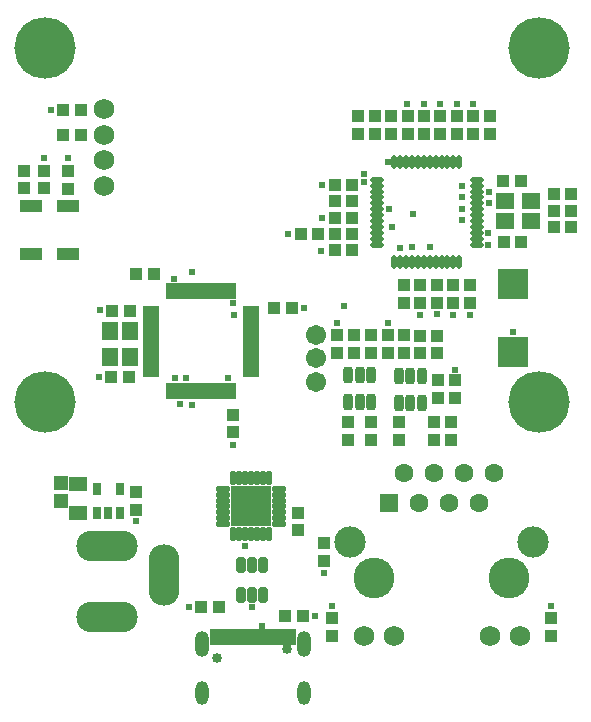
<source format=gbr>
%TF.GenerationSoftware,Altium Limited,Altium Designer,20.0.12 (288)*%
G04 Layer_Color=8388736*
%FSLAX45Y45*%
%MOMM*%
%TF.FileFunction,Soldermask,Top*%
%TF.Part,Single*%
G01*
G75*
%TA.AperFunction,ComponentPad*%
%ADD45O,5.20320X2.60320*%
%ADD46O,2.60320X5.20320*%
%ADD47C,0.85320*%
%ADD48O,1.20320X2.20320*%
%ADD49O,1.10320X2.00320*%
%ADD50C,1.72720*%
%ADD51C,3.45320*%
%ADD52C,2.64820*%
%ADD53C,1.73320*%
%ADD54C,1.60120*%
%ADD55R,1.60120X1.60120*%
%TA.AperFunction,ViaPad*%
%ADD56C,5.20320*%
%ADD57C,0.60320*%
%TA.AperFunction,SMDPad,CuDef*%
G04:AMPARAMS|DCode=64|XSize=0.8032mm|YSize=1.4032mm|CornerRadius=0.2516mm|HoleSize=0mm|Usage=FLASHONLY|Rotation=0.000|XOffset=0mm|YOffset=0mm|HoleType=Round|Shape=RoundedRectangle|*
%AMROUNDEDRECTD64*
21,1,0.80320,0.90000,0,0,0.0*
21,1,0.30000,1.40320,0,0,0.0*
1,1,0.50320,0.15000,-0.45000*
1,1,0.50320,-0.15000,-0.45000*
1,1,0.50320,-0.15000,0.45000*
1,1,0.50320,0.15000,0.45000*
%
%ADD64ROUNDEDRECTD64*%
%ADD65R,1.40320X1.60320*%
%ADD66R,1.00320X1.00320*%
%ADD67R,1.00320X1.00320*%
%ADD68R,1.17320X1.20320*%
%ADD69R,1.90320X1.10320*%
G04:AMPARAMS|DCode=70|XSize=1.4132mm|YSize=0.7932mm|CornerRadius=0.17535mm|HoleSize=0mm|Usage=FLASHONLY|Rotation=90.000|XOffset=0mm|YOffset=0mm|HoleType=Round|Shape=RoundedRectangle|*
%AMROUNDEDRECTD70*
21,1,1.41320,0.44250,0,0,90.0*
21,1,1.06250,0.79320,0,0,90.0*
1,1,0.35070,0.22125,0.53125*
1,1,0.35070,0.22125,-0.53125*
1,1,0.35070,-0.22125,-0.53125*
1,1,0.35070,-0.22125,0.53125*
%
%ADD70ROUNDEDRECTD70*%
%ADD71C,1.70320*%
%TA.AperFunction,ConnectorPad*%
%ADD72R,0.50320X1.34320*%
%TA.AperFunction,SMDPad,CuDef*%
G04:AMPARAMS|DCode=73|XSize=1.1732mm|YSize=0.4632mm|CornerRadius=0.1341mm|HoleSize=0mm|Usage=FLASHONLY|Rotation=180.000|XOffset=0mm|YOffset=0mm|HoleType=Round|Shape=RoundedRectangle|*
%AMROUNDEDRECTD73*
21,1,1.17320,0.19500,0,0,180.0*
21,1,0.90500,0.46320,0,0,180.0*
1,1,0.26820,-0.45250,0.09750*
1,1,0.26820,0.45250,0.09750*
1,1,0.26820,0.45250,-0.09750*
1,1,0.26820,-0.45250,-0.09750*
%
%ADD73ROUNDEDRECTD73*%
G04:AMPARAMS|DCode=74|XSize=1.1732mm|YSize=0.4632mm|CornerRadius=0.1341mm|HoleSize=0mm|Usage=FLASHONLY|Rotation=90.000|XOffset=0mm|YOffset=0mm|HoleType=Round|Shape=RoundedRectangle|*
%AMROUNDEDRECTD74*
21,1,1.17320,0.19500,0,0,90.0*
21,1,0.90500,0.46320,0,0,90.0*
1,1,0.26820,0.09750,0.45250*
1,1,0.26820,0.09750,-0.45250*
1,1,0.26820,-0.09750,-0.45250*
1,1,0.26820,-0.09750,0.45250*
%
%ADD74ROUNDEDRECTD74*%
%ADD75R,3.35320X3.35320*%
%ADD76R,2.60320X2.60320*%
G04:AMPARAMS|DCode=77|XSize=0.4432mm|YSize=1.2032mm|CornerRadius=0.1616mm|HoleSize=0mm|Usage=FLASHONLY|Rotation=0.000|XOffset=0mm|YOffset=0mm|HoleType=Round|Shape=RoundedRectangle|*
%AMROUNDEDRECTD77*
21,1,0.44320,0.88000,0,0,0.0*
21,1,0.12000,1.20320,0,0,0.0*
1,1,0.32320,0.06000,-0.44000*
1,1,0.32320,-0.06000,-0.44000*
1,1,0.32320,-0.06000,0.44000*
1,1,0.32320,0.06000,0.44000*
%
%ADD77ROUNDEDRECTD77*%
G04:AMPARAMS|DCode=78|XSize=0.4432mm|YSize=1.2032mm|CornerRadius=0.1616mm|HoleSize=0mm|Usage=FLASHONLY|Rotation=90.000|XOffset=0mm|YOffset=0mm|HoleType=Round|Shape=RoundedRectangle|*
%AMROUNDEDRECTD78*
21,1,0.44320,0.88000,0,0,90.0*
21,1,0.12000,1.20320,0,0,90.0*
1,1,0.32320,0.44000,0.06000*
1,1,0.32320,0.44000,-0.06000*
1,1,0.32320,-0.44000,-0.06000*
1,1,0.32320,-0.44000,0.06000*
%
%ADD78ROUNDEDRECTD78*%
%ADD79R,1.60320X1.40320*%
%ADD80R,0.80320X1.10320*%
%ADD81R,1.40320X0.50320*%
%ADD82R,0.50320X1.40320*%
%ADD83R,1.50320X1.20320*%
D45*
X13860001Y3325000D02*
D03*
Y3925000D02*
D03*
D46*
X14339999Y3675000D02*
D03*
D47*
X14792400Y2977200D02*
D03*
X15386200Y3048000D02*
D03*
D48*
X14664700Y3096000D02*
D03*
X15529700D02*
D03*
D49*
X14664700Y2678000D02*
D03*
X15529700D02*
D03*
D50*
X13840001Y6972500D02*
D03*
Y7188500D02*
D03*
Y7404500D02*
D03*
Y7620500D02*
D03*
D51*
X16126001Y3652000D02*
D03*
X17269000D02*
D03*
D52*
X17472002Y3957000D02*
D03*
X15923000D02*
D03*
D53*
X17106001Y3162000D02*
D03*
X17360001D02*
D03*
X16289000D02*
D03*
X16035001D02*
D03*
D54*
X17141499Y4541000D02*
D03*
X17014500Y4287000D02*
D03*
X16887500Y4541000D02*
D03*
X16760500Y4287000D02*
D03*
X16633501Y4541000D02*
D03*
X16506500Y4287000D02*
D03*
X16379500Y4541000D02*
D03*
D55*
X16252499Y4287000D02*
D03*
D56*
X17522501Y8140000D02*
D03*
X13335001D02*
D03*
X17522501Y5142500D02*
D03*
X13337500Y5145000D02*
D03*
D57*
X14882500Y5345000D02*
D03*
X14937500Y5880000D02*
D03*
X14057500Y5740000D02*
D03*
X13887500Y5520000D02*
D03*
X13797501Y5350000D02*
D03*
X13800000Y5917500D02*
D03*
X16525000Y5135000D02*
D03*
X16095000Y5372500D02*
D03*
X15172501Y3247500D02*
D03*
X15092500Y3407500D02*
D03*
X16450000Y6730000D02*
D03*
X17300000Y5730000D02*
D03*
X16372501Y5980000D02*
D03*
X16345000Y6447500D02*
D03*
X15864999Y5955000D02*
D03*
X15812500Y5807500D02*
D03*
X16807500Y5415000D02*
D03*
X15677499Y6420000D02*
D03*
X17087500Y6472500D02*
D03*
Y6572500D02*
D03*
X16250000Y6775000D02*
D03*
X16332500Y4822500D02*
D03*
X15530000Y5937500D02*
D03*
X14932500Y5980000D02*
D03*
X15635001Y5512500D02*
D03*
X17095000Y6922500D02*
D03*
X16237500Y7172500D02*
D03*
X16035001Y7002500D02*
D03*
X16037500Y7070000D02*
D03*
X14478180Y5121820D02*
D03*
X14439999Y5345000D02*
D03*
X15397501Y6562500D02*
D03*
X14532500Y5347500D02*
D03*
X15685001Y6702500D02*
D03*
X14582500Y5117500D02*
D03*
X17097501Y6822500D02*
D03*
X16867500Y6875000D02*
D03*
Y6972500D02*
D03*
X14580000Y6242500D02*
D03*
X13534700Y6395000D02*
D03*
X16545000Y7667500D02*
D03*
X16822501D02*
D03*
X16960001D02*
D03*
X14107500Y6227500D02*
D03*
X13532500Y7205000D02*
D03*
X13330000D02*
D03*
X13387500Y7615000D02*
D03*
X14552499Y3402500D02*
D03*
X15625000Y3330000D02*
D03*
X14930000Y4780000D02*
D03*
X15039999Y4147500D02*
D03*
X15122501Y4225000D02*
D03*
X15042500D02*
D03*
X14962500Y4147500D02*
D03*
X15197501D02*
D03*
X15120000D02*
D03*
X14964999Y4225000D02*
D03*
X15200000D02*
D03*
X14964999Y4302500D02*
D03*
X15200000D02*
D03*
X15042500D02*
D03*
X15122501D02*
D03*
Y4377500D02*
D03*
X15042500D02*
D03*
X15200000D02*
D03*
X14964999D02*
D03*
X15030000Y3925000D02*
D03*
X14432500Y6185000D02*
D03*
X15635001Y5310000D02*
D03*
X16655000Y5702500D02*
D03*
X15417200Y3155000D02*
D03*
X14777200D02*
D03*
X16864999Y6772500D02*
D03*
Y6679100D02*
D03*
X16447501Y6450000D02*
D03*
X15089999Y3758500D02*
D03*
X13617500Y4200000D02*
D03*
X14110001Y4130000D02*
D03*
X13872501Y4202500D02*
D03*
X16239999Y5807100D02*
D03*
X17455000Y6852500D02*
D03*
X16595000Y6450000D02*
D03*
X16272501Y6622500D02*
D03*
X15685001Y6980000D02*
D03*
X16682500Y7667500D02*
D03*
X16402499D02*
D03*
X17620000Y3412500D02*
D03*
X15762500Y3417500D02*
D03*
X15697501Y3690000D02*
D03*
X16000000Y5142500D02*
D03*
X16430000Y5135000D02*
D03*
X16632500Y4970000D02*
D03*
X16095000Y5555000D02*
D03*
X16510001Y5877500D02*
D03*
X16652499Y5882500D02*
D03*
X16789999Y5875000D02*
D03*
X16932500Y5877500D02*
D03*
X17370000Y6495000D02*
D03*
X17792500Y6900000D02*
D03*
X17642500Y6622500D02*
D03*
X17455000Y6677500D02*
D03*
X17235001Y6847500D02*
D03*
D64*
X16335001Y5365000D02*
D03*
X16430000D02*
D03*
X16525000D02*
D03*
Y5135000D02*
D03*
X16430000D02*
D03*
X16335001D02*
D03*
X15905000Y5142500D02*
D03*
X16000000D02*
D03*
X16095000D02*
D03*
Y5372500D02*
D03*
X16000000D02*
D03*
X15905000D02*
D03*
D65*
X13887500Y5740000D02*
D03*
Y5520000D02*
D03*
X14057500D02*
D03*
Y5740000D02*
D03*
D66*
X13897501Y5350000D02*
D03*
X14047501D02*
D03*
X13902499Y5912500D02*
D03*
X14052499D02*
D03*
X15522501Y3330000D02*
D03*
X15372501D02*
D03*
X14807500Y3407500D02*
D03*
X14657500D02*
D03*
X13639999Y7400000D02*
D03*
X13489999D02*
D03*
Y7615000D02*
D03*
X13639999D02*
D03*
X15789999Y6702500D02*
D03*
X15939999D02*
D03*
X15789999Y6980000D02*
D03*
X15939999D02*
D03*
X17370000Y6495000D02*
D03*
X17220000D02*
D03*
X15789999Y6565000D02*
D03*
X15939999D02*
D03*
X15500000D02*
D03*
X15650000D02*
D03*
X17212500Y7012500D02*
D03*
X17362500D02*
D03*
X15789999Y6425000D02*
D03*
X15939999D02*
D03*
X17792500Y6760000D02*
D03*
X17642500D02*
D03*
X15789999Y6840000D02*
D03*
X15939999D02*
D03*
X17792500Y6900000D02*
D03*
X17642500D02*
D03*
X17642500Y6622500D02*
D03*
X17792500D02*
D03*
X14107500Y6227500D02*
D03*
X14257500D02*
D03*
X15425301Y5936700D02*
D03*
X15275301D02*
D03*
D67*
X15905000Y4822500D02*
D03*
Y4972500D02*
D03*
X16372501Y5980000D02*
D03*
Y6130000D02*
D03*
X13154700Y6950000D02*
D03*
Y7100000D02*
D03*
X13532201Y7097500D02*
D03*
Y6947500D02*
D03*
X13327200Y7100000D02*
D03*
Y6950000D02*
D03*
X15480000Y4055000D02*
D03*
Y4205000D02*
D03*
X16667500Y5177500D02*
D03*
Y5327500D02*
D03*
X16655000Y5702500D02*
D03*
Y5552500D02*
D03*
X16514999D02*
D03*
Y5702500D02*
D03*
X16237500Y5705000D02*
D03*
Y5555000D02*
D03*
X16632500Y4970000D02*
D03*
Y4820000D02*
D03*
X16772501D02*
D03*
Y4970000D02*
D03*
X15762500Y3312500D02*
D03*
Y3162500D02*
D03*
X15812500Y5555000D02*
D03*
Y5705000D02*
D03*
X16652499Y5980000D02*
D03*
Y6130000D02*
D03*
X15695000Y3795000D02*
D03*
Y3945000D02*
D03*
X16512500Y5980000D02*
D03*
Y6130000D02*
D03*
X16095000Y4822500D02*
D03*
Y4972500D02*
D03*
X16792500Y5980000D02*
D03*
Y6130000D02*
D03*
X16932500Y5980000D02*
D03*
Y6130000D02*
D03*
X17622501Y3310000D02*
D03*
Y3160000D02*
D03*
X17102499Y7412500D02*
D03*
Y7562499D02*
D03*
X16962500Y7412500D02*
D03*
Y7562499D02*
D03*
X16825000Y7412500D02*
D03*
Y7562499D02*
D03*
X16547501Y7412500D02*
D03*
Y7562499D02*
D03*
X16407401Y7411600D02*
D03*
Y7561600D02*
D03*
X16267700Y7411600D02*
D03*
Y7561600D02*
D03*
X16128000Y7411600D02*
D03*
Y7561600D02*
D03*
X15988300Y7411600D02*
D03*
Y7561600D02*
D03*
X16685001Y7412500D02*
D03*
Y7562499D02*
D03*
X16332500Y4972500D02*
D03*
Y4822500D02*
D03*
X16807500Y5177500D02*
D03*
Y5327500D02*
D03*
X15952499Y5705000D02*
D03*
Y5555000D02*
D03*
X16375000Y5705000D02*
D03*
Y5555000D02*
D03*
X16095000Y5555000D02*
D03*
Y5705000D02*
D03*
X14930000Y4885000D02*
D03*
Y5035000D02*
D03*
X14110001Y4227500D02*
D03*
Y4377500D02*
D03*
D68*
X13470000Y4452500D02*
D03*
Y4305500D02*
D03*
D69*
X13214700Y6395000D02*
D03*
Y6805000D02*
D03*
X13534700Y6395000D02*
D03*
Y6805000D02*
D03*
D70*
X14995000Y3507500D02*
D03*
X15089999D02*
D03*
X15185001D02*
D03*
Y3758500D02*
D03*
X15089999D02*
D03*
X14995000D02*
D03*
D71*
X15635001Y5712500D02*
D03*
Y5512500D02*
D03*
Y5310000D02*
D03*
D72*
X15072200Y3155000D02*
D03*
X15022200D02*
D03*
X14972200D02*
D03*
X14922200D02*
D03*
X14872200D02*
D03*
X14842200D02*
D03*
X14792200D02*
D03*
X14762199D02*
D03*
X15122200D02*
D03*
X15172200D02*
D03*
X15222200D02*
D03*
X15272200D02*
D03*
X15322200D02*
D03*
X15352200D02*
D03*
X15402200D02*
D03*
X15432201D02*
D03*
D73*
X15317000Y4107500D02*
D03*
Y4157500D02*
D03*
Y4207500D02*
D03*
Y4257500D02*
D03*
Y4307500D02*
D03*
Y4357500D02*
D03*
Y4407500D02*
D03*
X14842999D02*
D03*
Y4357500D02*
D03*
Y4307500D02*
D03*
Y4257500D02*
D03*
Y4207500D02*
D03*
Y4157500D02*
D03*
Y4107500D02*
D03*
D74*
X14930000Y4020500D02*
D03*
X14980000D02*
D03*
X15030000D02*
D03*
X15080000D02*
D03*
X15130000D02*
D03*
X15180000D02*
D03*
X15230000D02*
D03*
Y4494500D02*
D03*
X15180000D02*
D03*
X15130000D02*
D03*
X15080000D02*
D03*
X15030000D02*
D03*
X14980000D02*
D03*
X14930000D02*
D03*
D75*
X15080000Y4257500D02*
D03*
D76*
X17300000Y5562500D02*
D03*
Y6142500D02*
D03*
D77*
X16293903Y7173699D02*
D03*
X16343903D02*
D03*
X16393901D02*
D03*
X16443901D02*
D03*
X16493901D02*
D03*
X16543901D02*
D03*
X16593901D02*
D03*
X16643901D02*
D03*
X16693901D02*
D03*
X16743901D02*
D03*
X16793901D02*
D03*
X16843901D02*
D03*
Y6323701D02*
D03*
X16793901D02*
D03*
X16743901D02*
D03*
X16693901D02*
D03*
X16643901D02*
D03*
X16593901D02*
D03*
X16543901D02*
D03*
X16493901D02*
D03*
X16443901D02*
D03*
X16393901D02*
D03*
X16343903D02*
D03*
X16293903D02*
D03*
D78*
X16993900Y7023699D02*
D03*
Y6973700D02*
D03*
Y6923700D02*
D03*
Y6873700D02*
D03*
Y6823700D02*
D03*
Y6773700D02*
D03*
Y6723700D02*
D03*
Y6673700D02*
D03*
Y6623700D02*
D03*
Y6573700D02*
D03*
Y6523700D02*
D03*
Y6473701D02*
D03*
X16143903D02*
D03*
Y6523700D02*
D03*
Y6573700D02*
D03*
Y6623700D02*
D03*
Y6673700D02*
D03*
Y6723700D02*
D03*
Y6773700D02*
D03*
Y6823700D02*
D03*
Y6873700D02*
D03*
Y6923700D02*
D03*
Y6973700D02*
D03*
Y7023699D02*
D03*
D79*
X17235001Y6677500D02*
D03*
X17455000D02*
D03*
Y6847500D02*
D03*
X17235001D02*
D03*
D80*
X13967500Y4402500D02*
D03*
X13777499D02*
D03*
Y4202500D02*
D03*
X13967500D02*
D03*
X13872501D02*
D03*
D81*
X14232401Y5931099D02*
D03*
Y5881099D02*
D03*
Y5831100D02*
D03*
Y5781100D02*
D03*
Y5731100D02*
D03*
Y5681100D02*
D03*
Y5631100D02*
D03*
Y5581100D02*
D03*
Y5531100D02*
D03*
Y5481100D02*
D03*
Y5431100D02*
D03*
Y5381100D02*
D03*
X15082401D02*
D03*
Y5431100D02*
D03*
Y5481100D02*
D03*
Y5531100D02*
D03*
Y5581100D02*
D03*
Y5631100D02*
D03*
Y5681100D02*
D03*
Y5731100D02*
D03*
Y5781100D02*
D03*
Y5831100D02*
D03*
Y5881099D02*
D03*
Y5931099D02*
D03*
D82*
X14382401Y5231101D02*
D03*
X14432401D02*
D03*
X14482401D02*
D03*
X14532401D02*
D03*
X14582401D02*
D03*
X14632401D02*
D03*
X14682401D02*
D03*
X14732401D02*
D03*
X14782401D02*
D03*
X14832401D02*
D03*
X14882401D02*
D03*
X14932401D02*
D03*
Y6081099D02*
D03*
X14882401D02*
D03*
X14832401D02*
D03*
X14782401D02*
D03*
X14732401D02*
D03*
X14682401D02*
D03*
X14632401D02*
D03*
X14582401D02*
D03*
X14532401D02*
D03*
X14482401D02*
D03*
X14432401D02*
D03*
X14382401D02*
D03*
D83*
X13617500Y4450000D02*
D03*
Y4200000D02*
D03*
%TF.MD5,6230cbe449360c66e4e582536674ec9c*%
M02*

</source>
